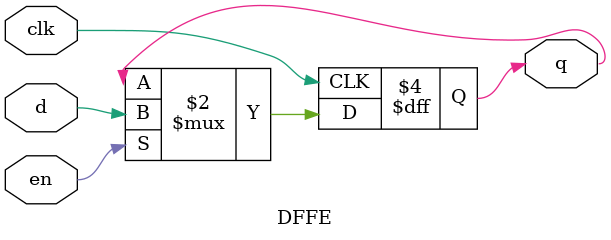
<source format=v>
/*
Explanation:

The module is named dff_with_en and has one parameter:
WIDTH: Specifies the width of the d and q ports. It defaults to 1 if not explicitly set when instantiating the module.
The module has four ports:
clk: The clock input.
en: The enable input. When en is high (1), the DFF captures the value of d on the positive edge of the clock. When en is low (0), the DFF holds its previous value.
d: The input port with a width of WIDTH bits.
q: The output port with a width of WIDTH bits, declared as a reg.
The always block is triggered on the positive edge of the clock (posedge clk).
Inside the always block, there is an if statement that checks the value of the en signal.
If en is high (1), the value of d is assigned to q on the positive edge of the clock.
If en is low (0), the DFF holds its previous value, and q remains unchanged.

You can instantiate this DFF with enable module with custom widths. For example:

DFFE #(
    .WIDTH(8)
) U_DFFE (
    .clk(clk),
    .en(enable),
    .d(d_input),
    .q(q_output)
);
*/

module DFFE #(
    parameter WIDTH = 1
) (
    input clk,
    input en,
    input [WIDTH-1:0] d,
    output reg [WIDTH-1:0] q
);

    always @(posedge clk) begin
        if (en) begin
            q <= d;
        end
    end

endmodule
</source>
